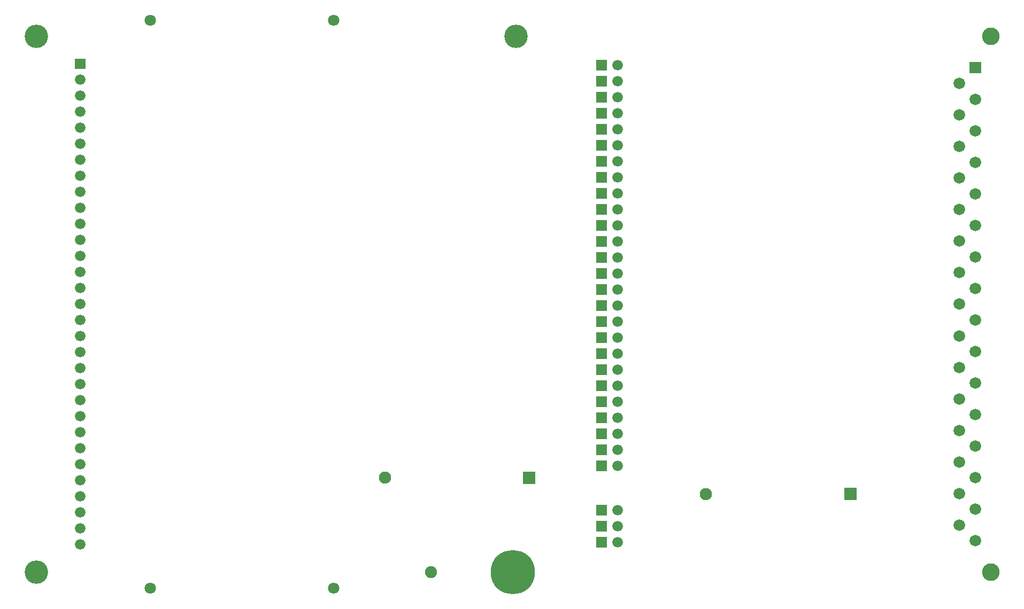
<source format=gbs>
G04 start of page 8 for group -4062 idx -4062 *
G04 Title: 01.003.00.01.01.pcb, soldermask *
G04 Creator: pcb 4.2.0 *
G04 CreationDate: Mon Aug 12 16:43:32 2019 UTC *
G04 For: bert *
G04 Format: Gerber/RS-274X *
G04 PCB-Dimensions (mil): 7086.61 4724.41 *
G04 PCB-Coordinate-Origin: lower left *
%MOIN*%
%FSLAX25Y25*%
%LNGBS*%
%ADD66C,0.1100*%
%ADD65C,0.0720*%
%ADD64C,0.0660*%
%ADD63C,0.0760*%
%ADD62C,0.0001*%
%ADD61C,0.0750*%
%ADD60C,0.2760*%
%ADD59C,0.0710*%
%ADD58C,0.1460*%
G54D58*X37402Y88583D03*
G54D59*X108661Y78740D03*
X222835D03*
G54D60*X334646Y88583D03*
G54D61*X283465D03*
G54D62*G36*
X386700Y218241D02*Y211641D01*
X393300D01*
Y218241D01*
X386700D01*
G37*
G36*
Y198241D02*Y191641D01*
X393300D01*
Y198241D01*
X386700D01*
G37*
G36*
Y208241D02*Y201641D01*
X393300D01*
Y208241D01*
X386700D01*
G37*
G36*
X340944Y151438D02*Y143838D01*
X348544D01*
Y151438D01*
X340944D01*
G37*
G36*
X541200Y141241D02*Y133641D01*
X548800D01*
Y141241D01*
X541200D01*
G37*
G54D63*X455000Y137441D03*
X254744Y147638D03*
G54D62*G36*
X386700Y120741D02*Y114141D01*
X393300D01*
Y120741D01*
X386700D01*
G37*
G36*
Y130741D02*Y124141D01*
X393300D01*
Y130741D01*
X386700D01*
G37*
G36*
Y110741D02*Y104141D01*
X393300D01*
Y110741D01*
X386700D01*
G37*
G36*
Y178241D02*Y171641D01*
X393300D01*
Y178241D01*
X386700D01*
G37*
G36*
Y158241D02*Y151641D01*
X393300D01*
Y158241D01*
X386700D01*
G37*
G36*
Y188241D02*Y181641D01*
X393300D01*
Y188241D01*
X386700D01*
G37*
G36*
Y168241D02*Y161641D01*
X393300D01*
Y168241D01*
X386700D01*
G37*
G36*
Y278241D02*Y271641D01*
X393300D01*
Y278241D01*
X386700D01*
G37*
G36*
Y258241D02*Y251641D01*
X393300D01*
Y258241D01*
X386700D01*
G37*
G36*
Y238241D02*Y231641D01*
X393300D01*
Y238241D01*
X386700D01*
G37*
G36*
Y268241D02*Y261641D01*
X393300D01*
Y268241D01*
X386700D01*
G37*
G36*
Y248241D02*Y241641D01*
X393300D01*
Y248241D01*
X386700D01*
G37*
G36*
Y228241D02*Y221641D01*
X393300D01*
Y228241D01*
X386700D01*
G37*
G54D64*X400000Y274941D03*
Y254941D03*
Y234941D03*
Y264941D03*
Y244941D03*
Y224941D03*
Y154941D03*
Y117441D03*
Y164941D03*
Y127441D03*
Y107441D03*
G54D62*G36*
X386700Y288241D02*Y281641D01*
X393300D01*
Y288241D01*
X386700D01*
G37*
G54D64*X400000Y284941D03*
Y214941D03*
Y194941D03*
Y174941D03*
Y204941D03*
Y184941D03*
X64961Y275906D03*
Y265906D03*
Y255906D03*
Y245906D03*
Y235906D03*
Y225906D03*
Y215906D03*
Y205906D03*
Y195906D03*
Y185906D03*
Y175906D03*
Y165906D03*
Y155906D03*
Y145906D03*
Y135906D03*
Y125906D03*
Y115906D03*
Y105906D03*
G54D58*X37402Y423228D03*
G54D59*X108661Y433071D03*
G54D62*G36*
X61661Y409206D02*Y402606D01*
X68261D01*
Y409206D01*
X61661D01*
G37*
G54D64*X64961Y395906D03*
Y385906D03*
G54D58*X336615Y423228D03*
G54D59*X222835Y433071D03*
G54D64*X64961Y375906D03*
Y365906D03*
Y355906D03*
Y345906D03*
Y335906D03*
Y325906D03*
Y315906D03*
Y305906D03*
Y295906D03*
Y285906D03*
G54D62*G36*
X386700Y398241D02*Y391641D01*
X393300D01*
Y398241D01*
X386700D01*
G37*
G54D64*X400000Y394941D03*
G54D62*G36*
X386700Y408241D02*Y401641D01*
X393300D01*
Y408241D01*
X386700D01*
G37*
G54D64*X400000Y404941D03*
G54D62*G36*
X386700Y338241D02*Y331641D01*
X393300D01*
Y338241D01*
X386700D01*
G37*
G36*
Y318241D02*Y311641D01*
X393300D01*
Y318241D01*
X386700D01*
G37*
G36*
Y298241D02*Y291641D01*
X393300D01*
Y298241D01*
X386700D01*
G37*
G36*
Y348241D02*Y341641D01*
X393300D01*
Y348241D01*
X386700D01*
G37*
G36*
Y328241D02*Y321641D01*
X393300D01*
Y328241D01*
X386700D01*
G37*
G36*
Y308241D02*Y301641D01*
X393300D01*
Y308241D01*
X386700D01*
G37*
G54D64*X400000Y334941D03*
Y314941D03*
Y294941D03*
Y344941D03*
Y324941D03*
Y304941D03*
G54D62*G36*
X386700Y378241D02*Y371641D01*
X393300D01*
Y378241D01*
X386700D01*
G37*
G54D64*X400000Y374941D03*
G54D62*G36*
X386700Y358241D02*Y351641D01*
X393300D01*
Y358241D01*
X386700D01*
G37*
G54D64*X400000Y354941D03*
G54D62*G36*
X386700Y368241D02*Y361641D01*
X393300D01*
Y368241D01*
X386700D01*
G37*
G54D64*X400000Y364941D03*
G54D62*G36*
X386700Y388241D02*Y381641D01*
X393300D01*
Y388241D01*
X386700D01*
G37*
G54D64*X400000Y384941D03*
G54D62*G36*
X619233Y407144D02*Y399944D01*
X626433D01*
Y407144D01*
X619233D01*
G37*
G54D65*X612991Y393702D03*
X622833Y383859D03*
X612991Y374017D03*
Y354331D03*
Y334646D03*
X622833Y364174D03*
Y344489D03*
Y324804D03*
G54D66*X632676Y423229D03*
G54D65*X612991Y314961D03*
Y295276D03*
Y275591D03*
Y255907D03*
Y236222D03*
X622833Y305119D03*
Y285434D03*
Y265749D03*
Y246064D03*
Y226379D03*
X612991Y216537D03*
X622833Y206694D03*
Y187009D03*
Y167324D03*
X612991Y196851D03*
Y177166D03*
Y157481D03*
Y137796D03*
Y118111D03*
X622833Y147639D03*
Y127954D03*
Y108269D03*
G54D66*X632676Y88583D03*
M02*

</source>
